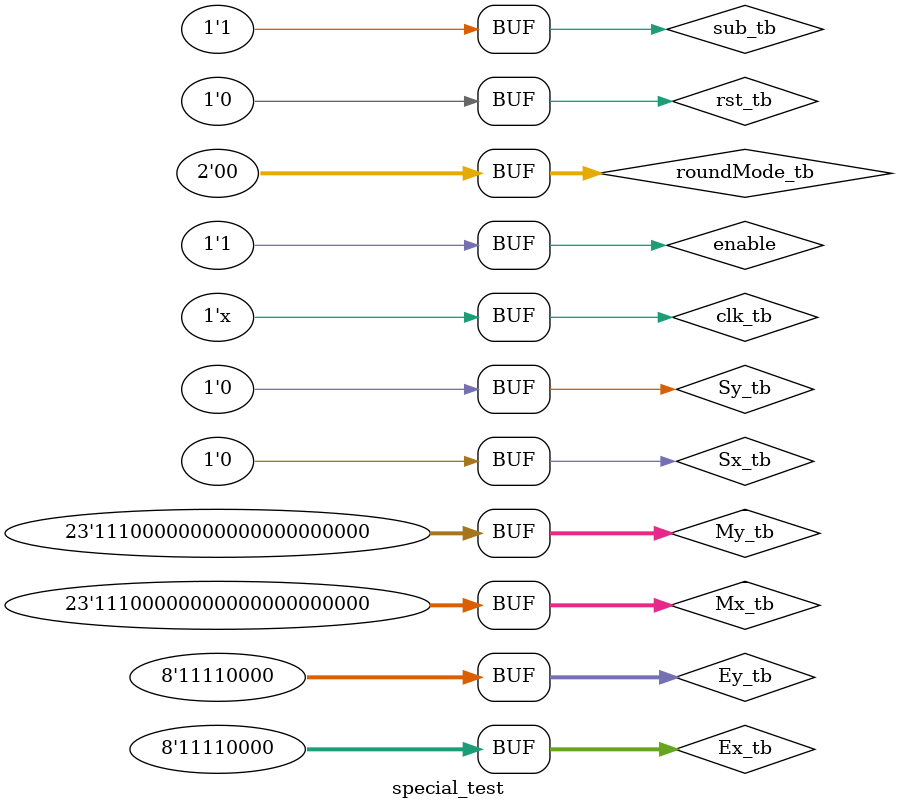
<source format=v>
`timescale 1ns/1ns
module special_test();
reg             rst_tb;
reg 			clk_tb;
reg		[7:0]	Ex_tb;
reg		[7:0]	Ey_tb;
wire	[7:0]	Ez_tb;
reg		[22:0]	Mx_tb;
reg		[22:0]	My_tb;
wire	[22:0]	Mz_tb;
reg				Sx_tb;			
reg				Sy_tb;			
wire			Sz_tb;	
//reg				Eop_tb;	
reg				sub_tb;							
wire  			invalid_flag_tb,overflow_flag_tb,underflow_flag_tb,inexact_flag_tb,zero_flag_tb;
reg	    [1:0]   roundMode_tb;
reg enable;


parameter CLK_PERIOD = 16 ;
parameter tclk = 16;
Top_Add_Sub_new		DUT (
.rst(rst_tb),
.clk(clk_tb),
.Mx(Mx_tb),
.My(My_tb),
.Mz_final(Mz_tb),
.Ex(Ex_tb),
.Ey(Ey_tb),
.Ez(Ez_tb),
.Sx(Sx_tb),
.Sy(Sy_tb),
.Sz(Sz_tb),
//.EOP(Eop_tb),
.sub(sub_tb),
.roundMode(roundMode_tb),
.invalid_flag(invalid_flag_tb),
.overflow_flag(overflow_flag_tb),
.underflow_flag(underflow_flag_tb),
.inexact_flag(inexact_flag_tb),
.zero_flag(zero_flag_tb),
.enable(enable)
///.d(d),
///.sgn_d(sgn_d),
///.zero_d(zero_d),
///.Cmp(Cmp),
///.out_11(out_11),
///.out_22(out_22),
///.EOP(EOP),
///.sum(sum),
///.ovf_rnd(ovf_rnd),
///.Out_mux(Out_mux),
///.massive_shift_left(massive_shift_left),
//.correct_sum_shifted(correct_sum_shifted),
///.ovf(ovf),
///.righPass_shift_out(righPass_shift_out),
///.one_shift_left(one_shift_left),
///.most_bits_of_adder_out(most_bits_of_adder_out),
///.mantessa_mux_out(mantessa_mux_out),
///.MOut(MOut),
///.E_exponent_update(E_exponent_update),
///.max_exponent_z(max_exponent_z),
///.min_exponent_z(min_exponent_z),
///.excessive_shift_left(excessive_shift_left),
///.SHL(SHL_tb),
///.second_shift_left(second_shift_left_tb)
///.Mz_final_int(Mz_final_int),
///.Sz_int(Sz_int)
);
initial clk_tb = 0;
always
#(tclk/2) clk_tb = ~clk_tb;
initial 
begin
   // succeeded = 0;
	//failed = 0;
	enable = 1;
	rst_tb = 0;
	#(tclk*10);//10clk - 10ns
	rst_tb = 1;	
	#tclk;
	rst_tb = 0;
	#tclk;
    Ex_tb = 8'b 11110000;
    Mx_tb = 23'b 11100000000000000000000;
    Sx_tb = 1'b 0;
    Ey_tb = 8'b 11110000;
    My_tb = 23'b 11100000000000000000000;
    Sy_tb = 1'b 0;
    sub_tb = 1'b 1;
    roundMode_tb = 2'b 00;
end
endmodule
</source>
